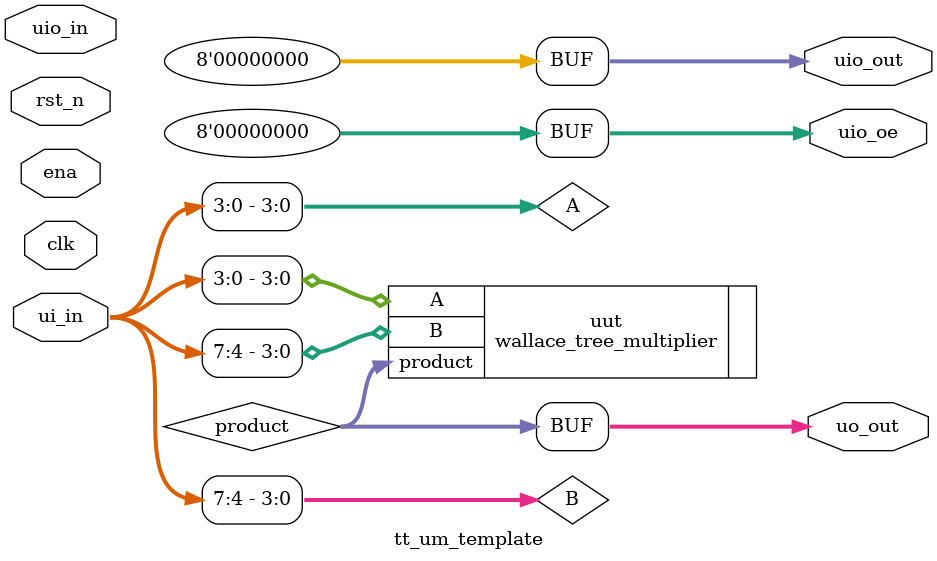
<source format=v>
/*
 * Copyright (c) 2024 Your Name
 * SPDX-License-Identifier: Apache-2.0
 */

`default_nettype none

module tt_um_template (
    input  wire [7:0] ui_in,    // Input A (4-bit) and B (4-bit)
    output wire [7:0] uo_out,   // Output Product (8-bit)
    input  wire [7:0] uio_in,   // IOs: Input path (Unused, set to 0)
    output wire [7:0] uio_out,  // IOs: Output path (Unused, set to 0)
    output wire [7:0] uio_oe,   // IOs: Enable path (Unused, set to 0)
    input  wire       ena,      // Always 1 when powered (Unused, ignored)
    input  wire       clk,      // Clock (Unused for combinational logic)
    input  wire       rst_n     // Reset (Unused for combinational logic)
);

    // Internal wires for inputs and output
    wire [3:0] A = ui_in[3:0];
    wire [3:0] B = ui_in[7:4];
    wire [7:0] product;

    // Instantiate Wallace Tree Multiplier
    wallace_tree_multiplier uut (
        .A(A),
        .B(B),
        .product(product)
    );

    // Assign output
    assign uo_out  = product;

    // Disable unused IO signals (Required for TinyTapeout compatibility)
    assign uio_out = 8'b00000000;
    assign uio_oe  = 8'b00000000;

endmodule


</source>
